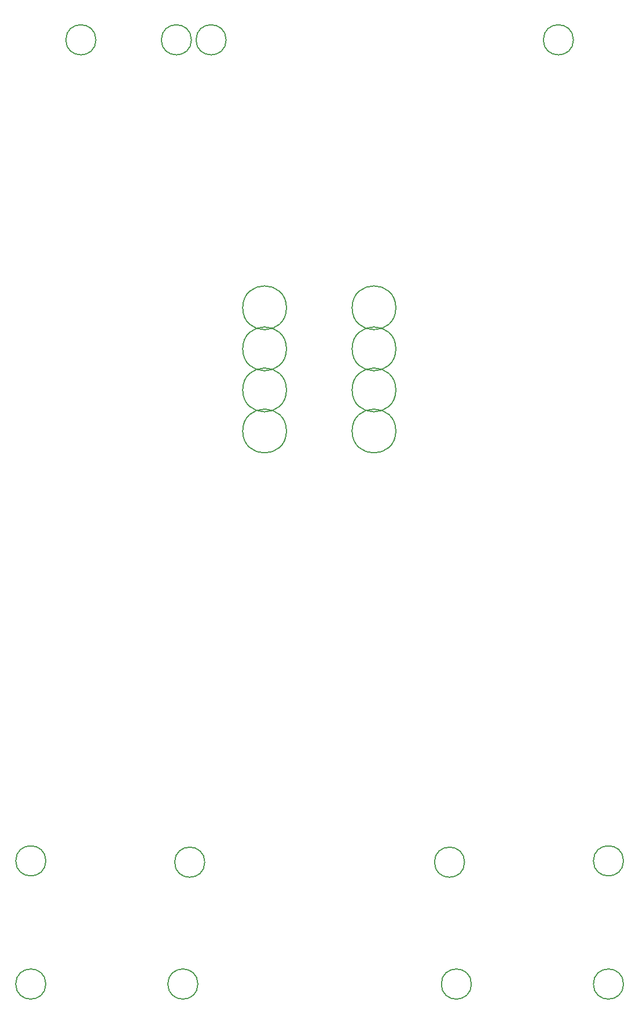
<source format=gbr>
%TF.GenerationSoftware,KiCad,Pcbnew,8.0.6*%
%TF.CreationDate,2025-02-20T18:25:40+08:00*%
%TF.ProjectId,uyLy_LFChassis,75794c79-5f4c-4464-9368-61737369732e,rev?*%
%TF.SameCoordinates,Original*%
%TF.FileFunction,Other,Comment*%
%FSLAX46Y46*%
G04 Gerber Fmt 4.6, Leading zero omitted, Abs format (unit mm)*
G04 Created by KiCad (PCBNEW 8.0.6) date 2025-02-20 18:25:40*
%MOMM*%
%LPD*%
G01*
G04 APERTURE LIST*
%ADD10C,0.150000*%
G04 APERTURE END LIST*
D10*
%TO.C,REF\u002A\u002A*%
X307850000Y-183400000D02*
G75*
G02*
X301450000Y-183400000I-3200000J0D01*
G01*
X301450000Y-183400000D02*
G75*
G02*
X307850000Y-183400000I3200000J0D01*
G01*
X318900000Y-276200000D02*
G75*
G02*
X314500000Y-276200000I-2200000J0D01*
G01*
X314500000Y-276200000D02*
G75*
G02*
X318900000Y-276200000I2200000J0D01*
G01*
X278900000Y-276200000D02*
G75*
G02*
X274500000Y-276200000I-2200000J0D01*
G01*
X274500000Y-276200000D02*
G75*
G02*
X278900000Y-276200000I2200000J0D01*
G01*
X307850000Y-195400000D02*
G75*
G02*
X301450000Y-195400000I-3200000J0D01*
G01*
X301450000Y-195400000D02*
G75*
G02*
X307850000Y-195400000I3200000J0D01*
G01*
X291850000Y-183400000D02*
G75*
G02*
X285450000Y-183400000I-3200000J0D01*
G01*
X285450000Y-183400000D02*
G75*
G02*
X291850000Y-183400000I3200000J0D01*
G01*
X263975000Y-138250000D02*
G75*
G02*
X259575000Y-138250000I-2200000J0D01*
G01*
X259575000Y-138250000D02*
G75*
G02*
X263975000Y-138250000I2200000J0D01*
G01*
X277945000Y-138250000D02*
G75*
G02*
X273545000Y-138250000I-2200000J0D01*
G01*
X273545000Y-138250000D02*
G75*
G02*
X277945000Y-138250000I2200000J0D01*
G01*
X283025000Y-138250000D02*
G75*
G02*
X278625000Y-138250000I-2200000J0D01*
G01*
X278625000Y-138250000D02*
G75*
G02*
X283025000Y-138250000I2200000J0D01*
G01*
X333825000Y-138250000D02*
G75*
G02*
X329425000Y-138250000I-2200000J0D01*
G01*
X329425000Y-138250000D02*
G75*
G02*
X333825000Y-138250000I2200000J0D01*
G01*
X291850000Y-195400000D02*
G75*
G02*
X285450000Y-195400000I-3200000J0D01*
G01*
X285450000Y-195400000D02*
G75*
G02*
X291850000Y-195400000I3200000J0D01*
G01*
X256650000Y-258200000D02*
G75*
G02*
X252250000Y-258200000I-2200000J0D01*
G01*
X252250000Y-258200000D02*
G75*
G02*
X256650000Y-258200000I2200000J0D01*
G01*
X256650000Y-276200000D02*
G75*
G02*
X252250000Y-276200000I-2200000J0D01*
G01*
X252250000Y-276200000D02*
G75*
G02*
X256650000Y-276200000I2200000J0D01*
G01*
X279900000Y-258400000D02*
G75*
G02*
X275500000Y-258400000I-2200000J0D01*
G01*
X275500000Y-258400000D02*
G75*
G02*
X279900000Y-258400000I2200000J0D01*
G01*
X291850000Y-177400000D02*
G75*
G02*
X285450000Y-177400000I-3200000J0D01*
G01*
X285450000Y-177400000D02*
G75*
G02*
X291850000Y-177400000I3200000J0D01*
G01*
X307850000Y-189400000D02*
G75*
G02*
X301450000Y-189400000I-3200000J0D01*
G01*
X301450000Y-189400000D02*
G75*
G02*
X307850000Y-189400000I3200000J0D01*
G01*
X307850000Y-177400000D02*
G75*
G02*
X301450000Y-177400000I-3200000J0D01*
G01*
X301450000Y-177400000D02*
G75*
G02*
X307850000Y-177400000I3200000J0D01*
G01*
X341150000Y-258200000D02*
G75*
G02*
X336750000Y-258200000I-2200000J0D01*
G01*
X336750000Y-258200000D02*
G75*
G02*
X341150000Y-258200000I2200000J0D01*
G01*
X341150000Y-276200000D02*
G75*
G02*
X336750000Y-276200000I-2200000J0D01*
G01*
X336750000Y-276200000D02*
G75*
G02*
X341150000Y-276200000I2200000J0D01*
G01*
X291850000Y-189400000D02*
G75*
G02*
X285450000Y-189400000I-3200000J0D01*
G01*
X285450000Y-189400000D02*
G75*
G02*
X291850000Y-189400000I3200000J0D01*
G01*
X317900000Y-258400000D02*
G75*
G02*
X313500000Y-258400000I-2200000J0D01*
G01*
X313500000Y-258400000D02*
G75*
G02*
X317900000Y-258400000I2200000J0D01*
G01*
%TD*%
M02*

</source>
